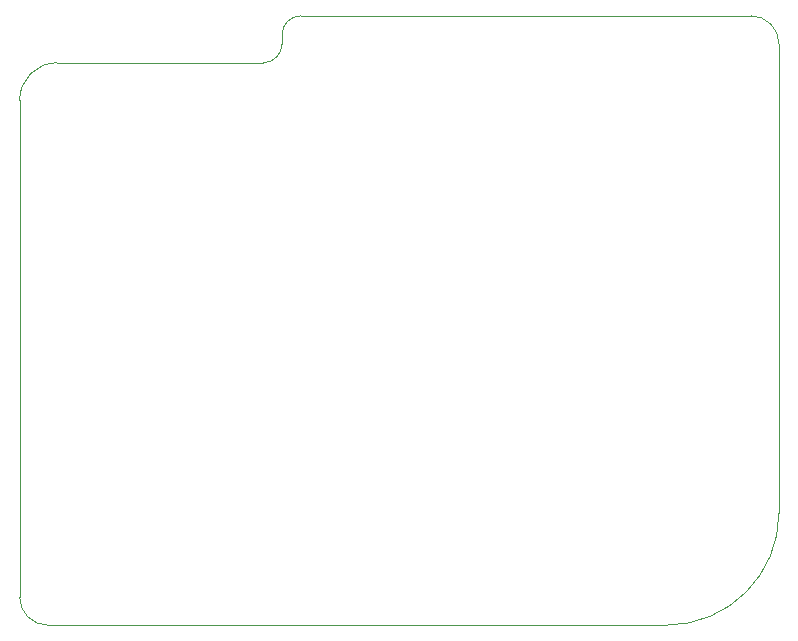
<source format=gm1>
G04 #@! TF.GenerationSoftware,KiCad,Pcbnew,(6.0.5)*
G04 #@! TF.CreationDate,2022-09-29T17:00:32+08:00*
G04 #@! TF.ProjectId,4k-keypad-arduino-nano,346b2d6b-6579-4706-9164-2d6172647569,rev?*
G04 #@! TF.SameCoordinates,Original*
G04 #@! TF.FileFunction,Profile,NP*
%FSLAX46Y46*%
G04 Gerber Fmt 4.6, Leading zero omitted, Abs format (unit mm)*
G04 Created by KiCad (PCBNEW (6.0.5)) date 2022-09-29 17:00:32*
%MOMM*%
%LPD*%
G01*
G04 APERTURE LIST*
G04 #@! TA.AperFunction,Profile*
%ADD10C,0.100000*%
G04 #@! TD*
G04 APERTURE END LIST*
D10*
X120650000Y-66675000D02*
X158750000Y-66675000D01*
X119062500Y-69056250D02*
X119062500Y-68262500D01*
X100012500Y-70643750D02*
X117475000Y-70643750D01*
X117475000Y-70643750D02*
G75*
G03*
X119062500Y-69056250I0J1587500D01*
G01*
X120650000Y-66675000D02*
G75*
G03*
X119062500Y-68262500I0J-1587500D01*
G01*
X96837500Y-115887500D02*
X96837500Y-73818750D01*
X100012500Y-70643750D02*
G75*
G03*
X96837500Y-73818750I0J-3175000D01*
G01*
X161131250Y-69056250D02*
G75*
G03*
X158750000Y-66675000I-2381250J0D01*
G01*
X99218750Y-118268750D02*
X151606250Y-118268750D01*
X161131250Y-108743750D02*
X161131250Y-69056250D01*
X96837500Y-115887500D02*
G75*
G03*
X99218750Y-118268750I2381250J0D01*
G01*
X151606250Y-118268750D02*
G75*
G03*
X161131250Y-108743750I0J9525000D01*
G01*
M02*

</source>
